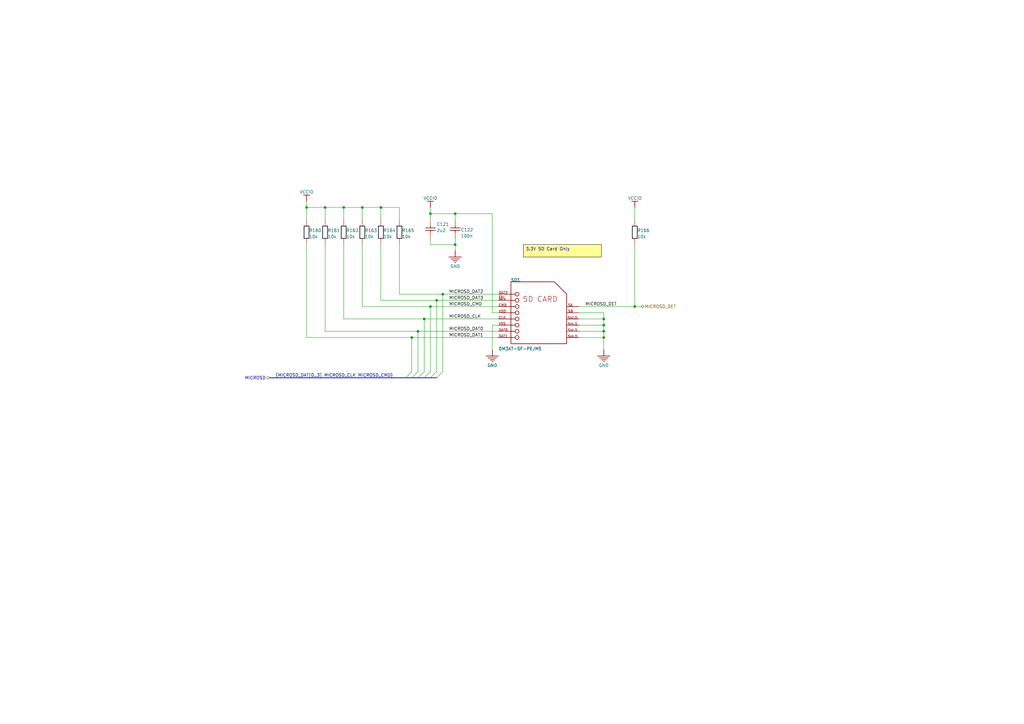
<source format=kicad_sch>
(kicad_sch (version 20231120) (generator "eeschema") (generator_version "8.0")
  (paper "A3")
  (title_block (title "NAE-SONATA-ONE") (date "2024-08-16") (rev "10") (company "NewAE Technology") (comment 2 "Apache-2"))
  (lib_symbols
    (symbol "SONATA-ONE-symbols:GND_POWER_GROUND" (power)
      (property "Reference" "#PWR" (at 0 0 0))
      (property "Value" "GND" (at 0 6.35 0))
      (symbol "GND_POWER_GROUND_0_0"
        (polyline (pts (xy -2.54 -2.54) (xy 2.54 -2.54)) (stroke (width 0.254)))
        (polyline (pts (xy -1.778 -3.302) (xy 1.778 -3.302)) (stroke (width 0.254)))
        (polyline (pts (xy -1.016 -4.064) (xy 1.016 -4.064)) (stroke (width 0.254)))
        (polyline (pts (xy -0.254 -4.826) (xy 0.254 -4.826)) (stroke (width 0.254)))
        (polyline (pts (xy 0 0) (xy 0 -2.54)) (stroke (width 0.254)))
        (pin power_in line (at 0 0 0) (length 0) hide (name "GND") (number ""))
      )
    )
    (symbol "SONATA-ONE-symbols:VCCIO_BAR" (power)
      (property "Reference" "#PWR" (at 0 0 0))
      (property "Value" "VCCIO" (at 0 3.81 0))
      (symbol "VCCIO_BAR_0_0"
        (polyline (pts (xy -1.27 -2.54) (xy 1.27 -2.54)) (stroke (width 0.254)))
        (polyline (pts (xy 0 0) (xy 0 -2.54)) (stroke (width 0.254)))
        (pin power_in line (at 0 0 0) (length 0) hide (name "VCCIO") (number ""))
      )
    )
    (symbol "SONATA-ONE-symbols:root_0_CAP"
      (symbol "root_0_CAP_1_0"
        (polyline (pts (xy -2.032 1.778) (xy 2.032 1.778)) (stroke (width 0.254)))
        (polyline (pts (xy 0 0) (xy 0 0.762)) (stroke (width 0.254)))
        (polyline (pts (xy 0 2.54) (xy 0 1.778)) (stroke (width 0.254)))
        (polyline (pts (xy 2.032 0.762) (xy -2.032 0.762)) (stroke (width 0.254)))
        (pin passive line (at 0 5.08 270) (length 2.54) (name "1") (number "1"))
        (pin passive line (at 0 -2.54 90) (length 2.54) (name "2") (number "2"))
      )
    )
    (symbol "SONATA-ONE-symbols:root_0_CN-SD-8-2SW-4S_A"
      (symbol "root_0_CN-SD-8-2SW-4S_A_1_0"
        (polyline (pts (xy 1.778 -22.86) (xy 0 -22.86)) (stroke (width 0.254)))
        (polyline (pts (xy 1.778 -20.32) (xy 0 -20.32)) (stroke (width 0.254)))
        (polyline (pts (xy 1.778 -17.78) (xy 0 -17.78)) (stroke (width 0.254)))
        (polyline (pts (xy 1.778 -15.24) (xy 0 -15.24)) (stroke (width 0.254)))
        (polyline (pts (xy 1.778 -12.7) (xy 0 -12.7)) (stroke (width 0.254)))
        (polyline (pts (xy 1.778 -10.16) (xy 0 -10.16)) (stroke (width 0.254)))
        (polyline (pts (xy 1.778 -7.62) (xy 0 -7.62)) (stroke (width 0.254)))
        (polyline (pts (xy 1.778 -5.08) (xy 0 -5.08)) (stroke (width 0.254)))
        (polyline (pts (xy 0 0) (xy 0 -25.4) (xy 22.86 -25.4) (xy 22.86 -5.08) (xy 17.78 0) (xy 0 0)) (stroke (width 0.254)))
        (circle (center 2.54 -22.86) (radius 0.762) (stroke (width 0.254)) (fill (type color) (color 255 255 255 1)))
        (circle (center 2.54 -20.32) (radius 0.762) (stroke (width 0.254)) (fill (type color) (color 255 255 255 1)))
        (circle (center 2.54 -17.78) (radius 0.762) (stroke (width 0.254)) (fill (type color) (color 255 255 255 1)))
        (circle (center 2.54 -15.24) (radius 0.762) (stroke (width 0.254)) (fill (type color) (color 255 255 255 1)))
        (circle (center 2.54 -12.7) (radius 0.762) (stroke (width 0.254)) (fill (type color) (color 255 255 255 1)))
        (circle (center 2.54 -10.16) (radius 0.762) (stroke (width 0.254)) (fill (type color) (color 255 255 255 1)))
        (circle (center 2.54 -7.62) (radius 0.762) (stroke (width 0.254)) (fill (type color) (color 255 255 255 1)))
        (circle (center 2.54 -5.08) (radius 0.762) (stroke (width 0.254)) (fill (type color) (color 255 255 255 1)))
        (text "CD/" (at -5.08 -6.604 0) (effects (font (size 0.762 0.762)) (justify left bottom)))
        (text "CLK" (at -5.08 -15.24 0) (effects (font (size 1.016 1.016)) (justify left bottom)))
        (text "CMD" (at -5.08 -10.16 0) (effects (font (size 1.016 1.016)) (justify left bottom)))
        (text "DAT0" (at -5.08 -20.32 0) (effects (font (size 1.016 1.016)) (justify left bottom)))
        (text "DAT1" (at -5.08 -22.86 0) (effects (font (size 1.016 1.016)) (justify left bottom)))
        (text "DAT2" (at -5.08 -5.08 0) (effects (font (size 1.016 1.016)) (justify left bottom)))
        (text "DAT3" (at -5.08 -7.62 0) (effects (font (size 0.762 0.762)) (justify left bottom)))
        (text "SA" (at 23.368 -10.16 0) (effects (font (size 1.016 1.016)) (justify left bottom)))
        (text "SB" (at 23.368 -12.7 0) (effects (font (size 1.016 1.016)) (justify left bottom)))
        (text "SD CARD" (at 4.826 -8.382 0) (effects (font (size 2.159 2.159)) (justify left bottom)))
        (text "SHLD" (at 23.241 -22.987 0) (effects (font (size 1.016 1.016)) (justify left bottom)))
        (text "SHLD" (at 23.241 -20.447 0) (effects (font (size 1.016 1.016)) (justify left bottom)))
        (text "SHLD" (at 23.241 -17.907 0) (effects (font (size 1.016 1.016)) (justify left bottom)))
        (text "SHLD" (at 23.241 -15.367 0) (effects (font (size 1.016 1.016)) (justify left bottom)))
        (text "VDD" (at -5.08 -12.7 0) (effects (font (size 1.016 1.016)) (justify left bottom)))
        (text "VSS" (at -5.08 -17.78 0) (effects (font (size 1.016 1.016)) (justify left bottom)))
        (pin passive line (at -5.08 -5.08 0) (length 5.08) (name "DAT2") (number "1"))
        (pin passive line (at 27.94 -12.7 180) (length 5.08) (name "SB") (number "10"))
        (pin passive line (at 27.94 -15.24 180) (length 5.08) (name "SHLD") (number "11"))
        (pin passive line (at 27.94 -20.32 180) (length 5.08) (name "SHLD") (number "12"))
        (pin passive line (at 27.94 -17.78 180) (length 5.08) (name "SHLD") (number "13"))
        (pin passive line (at 27.94 -22.86 180) (length 5.08) (name "SHLD") (number "14"))
        (pin passive line (at -5.08 -7.62 0) (length 5.08) (name "CD/DAT3") (number "2"))
        (pin passive line (at -5.08 -10.16 0) (length 5.08) (name "CMD") (number "3"))
        (pin passive line (at -5.08 -12.7 0) (length 5.08) (name "VDD") (number "4"))
        (pin passive line (at -5.08 -15.24 0) (length 5.08) (name "CLK") (number "5"))
        (pin passive line (at -5.08 -17.78 0) (length 5.08) (name "VSS") (number "6"))
        (pin passive line (at -5.08 -20.32 0) (length 5.08) (name "DAT0") (number "7"))
        (pin passive line (at -5.08 -22.86 0) (length 5.08) (name "DAT1") (number "8"))
        (pin passive line (at 27.94 -10.16 180) (length 5.08) (name "SA") (number "9"))
      )
    )
    (symbol "SONATA-ONE-symbols:root_2_RES-EU"
      (symbol "root_2_RES-EU_1_0"
        (rectangle (start 1.016 2.54) (end -1.016 -2.54) (stroke (width 0.254) (color 0 0 0 1)))
        (pin passive line (at 0 -5.08 90) (length 2.54) (name "1") (number "1"))
        (pin passive line (at 0 5.08 270) (length 2.54) (name "2") (number "2"))
      )
    )
  )
  (junction (at 179.07 123.19))
  (junction (at 168.91 138.43))
  (junction (at 186.69 100.33))
  (junction (at 247.65 135.89))
  (junction (at 247.65 130.81))
  (junction (at 181.61 120.65))
  (junction (at 173.99 130.81))
  (junction (at 125.73 85.09))
  (junction (at 247.65 138.43))
  (junction (at 140.97 85.09))
  (junction (at 186.69 87.63))
  (junction (at 247.65 133.35))
  (junction (at 133.35 85.09))
  (junction (at 156.21 85.09))
  (junction (at 260.35 125.73))
  (junction (at 171.45 135.89))
  (junction (at 148.59 85.09))
  (junction (at 176.53 125.73))
  (junction (at 176.53 87.63))
  (bus_entry (at 171.45 152.4) (size -2.54 2.54))
  (bus_entry (at 181.61 152.4) (size -2.54 2.54))
  (bus_entry (at 168.91 152.4) (size -2.54 2.54))
  (bus_entry (at 176.53 152.4) (size -2.54 2.54))
  (bus_entry (at 173.99 152.4) (size -2.54 2.54))
  (bus_entry (at 179.07 152.4) (size -2.54 2.54))
  (wire (pts (xy 204.47 130.81) (xy 173.99 130.81)))
  (wire (pts (xy 163.83 85.09) (xy 163.83 90.17)))
  (wire (pts (xy 148.59 85.09) (xy 156.21 85.09)))
  (wire (pts (xy 176.53 97.79) (xy 176.53 100.33)))
  (wire (pts (xy 237.49 133.35) (xy 247.65 133.35)))
  (wire (pts (xy 186.69 87.63) (xy 176.53 87.63)))
  (wire (pts (xy 247.65 135.89) (xy 247.65 138.43)))
  (wire (pts (xy 247.65 138.43) (xy 247.65 143.51)))
  (wire (pts (xy 173.99 130.81) (xy 173.99 152.4)))
  (wire (pts (xy 237.49 128.27) (xy 247.65 128.27)))
  (wire (pts (xy 133.35 85.09) (xy 140.97 85.09)))
  (wire (pts (xy 186.69 102.87) (xy 186.69 100.33)))
  (bus (pts (xy 176.53 154.94) (xy 179.07 154.94)))
  (bus (pts (xy 110.49 154.94) (xy 166.37 154.94)))
  (wire (pts (xy 204.47 133.35) (xy 201.93 133.35)))
  (wire (pts (xy 181.61 120.65) (xy 163.83 120.65)))
  (wire (pts (xy 140.97 130.81) (xy 140.97 100.33)))
  (bus (pts (xy 166.37 154.94) (xy 168.91 154.94)))
  (wire (pts (xy 247.65 133.35) (xy 247.65 135.89)))
  (wire (pts (xy 133.35 135.89) (xy 133.35 100.33)))
  (wire (pts (xy 247.65 130.81) (xy 247.65 133.35)))
  (bus (pts (xy 171.45 154.94) (xy 173.99 154.94)))
  (wire (pts (xy 176.53 87.63) (xy 176.53 85.09)))
  (wire (pts (xy 237.49 125.73) (xy 260.35 125.73)))
  (bus (pts (xy 173.99 154.94) (xy 176.53 154.94)))
  (wire (pts (xy 181.61 120.65) (xy 181.61 152.4)))
  (bus (pts (xy 168.91 154.94) (xy 171.45 154.94)))
  (wire (pts (xy 140.97 90.17) (xy 140.97 85.09)))
  (wire (pts (xy 173.99 130.81) (xy 140.97 130.81)))
  (wire (pts (xy 179.07 123.19) (xy 156.21 123.19)))
  (wire (pts (xy 176.53 125.73) (xy 176.53 152.4)))
  (wire (pts (xy 125.73 85.09) (xy 133.35 85.09)))
  (wire (pts (xy 204.47 120.65) (xy 181.61 120.65)))
  (wire (pts (xy 237.49 138.43) (xy 247.65 138.43)))
  (wire (pts (xy 125.73 138.43) (xy 125.73 100.33)))
  (wire (pts (xy 237.49 130.81) (xy 247.65 130.81)))
  (wire (pts (xy 171.45 135.89) (xy 133.35 135.89)))
  (wire (pts (xy 168.91 138.43) (xy 125.73 138.43)))
  (wire (pts (xy 171.45 135.89) (xy 171.45 152.4)))
  (wire (pts (xy 204.47 138.43) (xy 168.91 138.43)))
  (wire (pts (xy 186.69 87.63) (xy 201.93 87.63)))
  (wire (pts (xy 148.59 90.17) (xy 148.59 85.09)))
  (wire (pts (xy 201.93 133.35) (xy 201.93 143.51)))
  (wire (pts (xy 148.59 125.73) (xy 148.59 100.33)))
  (wire (pts (xy 260.35 125.73) (xy 260.35 100.33)))
  (wire (pts (xy 133.35 90.17) (xy 133.35 85.09)))
  (wire (pts (xy 237.49 135.89) (xy 247.65 135.89)))
  (wire (pts (xy 260.35 125.73) (xy 262.89 125.73)))
  (wire (pts (xy 125.73 85.09) (xy 125.73 90.17)))
  (wire (pts (xy 204.47 123.19) (xy 179.07 123.19)))
  (wire (pts (xy 201.93 128.27) (xy 204.47 128.27)))
  (wire (pts (xy 176.53 100.33) (xy 186.69 100.33)))
  (wire (pts (xy 176.53 125.73) (xy 148.59 125.73)))
  (wire (pts (xy 176.53 90.17) (xy 176.53 87.63)))
  (wire (pts (xy 179.07 123.19) (xy 179.07 152.4)))
  (wire (pts (xy 201.93 87.63) (xy 201.93 128.27)))
  (wire (pts (xy 204.47 125.73) (xy 176.53 125.73)))
  (wire (pts (xy 260.35 85.09) (xy 260.35 90.17)))
  (wire (pts (xy 156.21 85.09) (xy 163.83 85.09)))
  (wire (pts (xy 156.21 90.17) (xy 156.21 85.09)))
  (wire (pts (xy 186.69 100.33) (xy 186.69 97.79)))
  (wire (pts (xy 168.91 138.43) (xy 168.91 152.4)))
  (wire (pts (xy 125.73 82.55) (xy 125.73 85.09)))
  (wire (pts (xy 204.47 135.89) (xy 171.45 135.89)))
  (wire (pts (xy 186.69 90.17) (xy 186.69 87.63)))
  (wire (pts (xy 140.97 85.09) (xy 148.59 85.09)))
  (wire (pts (xy 247.65 128.27) (xy 247.65 130.81)))
  (wire (pts (xy 156.21 123.19) (xy 156.21 100.33)))
  (wire (pts (xy 163.83 120.65) (xy 163.83 100.33)))
  (text_box "3.3V SD Card Only" (at 214.63 100.33 0) (size 32.004 5.08) (stroke (width 0) (color 0 0 0 1)) (fill (type color) (color 255 255 150 1)) (effects (font (size 1.27 1.27)) (justify left top)))
  (label "MICROSD_CMD" (at 184.15 125.73 0))
  (label "MICROSD_DAT3" (at 184.15 123.19 0))
  (label "MICROSD_DAT2" (at 184.15 120.65 0))
  (label "MICROSD_CLK" (at 184.15 130.81 0))
  (label "MICROSD_DET" (at 240.03 125.73 0))
  (label "MICROSD_DAT0" (at 184.15 135.89 0))
  (label "{MICROSD_DAT[0..3] MICROSD_CLK MICROSD_CMD}" (at 113.03 154.94 0))
  (label "MICROSD_DAT1" (at 184.15 138.43 0))
  (hierarchical_label "MICROSD" (shape bidirectional) (at 110.49 154.94 180))
  (hierarchical_label "MICROSD_DET" (shape bidirectional) (at 262.89 125.73 0))
  (symbol (lib_id "SONATA-ONE-symbols:GND_POWER_GROUND") (at 201.93 143.51 0) (unit 1)
    (property "Reference" "#PWR0168" (effects (hide yes)))
    (property "Value" "GND" (at 201.93 149.86 0))
    (property "Description" "Power symbol creates a global label with name 'GND'" (effects (hide yes)))
  )
  (symbol (lib_id "SONATA-ONE-symbols:VCCIO_BAR") (at 125.73 82.55 180) (unit 1)
    (property "Reference" "#PWR0104" (effects (hide yes)))
    (property "Value" "VCCIO" (at 125.73 78.74 0))
    (property "Description" "Power symbol creates a global label with name 'VCCIO'" (effects (hide yes)))
  )
  (symbol (lib_id "SONATA-ONE-symbols:root_2_RES-EU") (at 163.83 95.25 0) (unit 1)
    (property "Reference" "R165" (at 164.846 95.25 0) (effects (justify left bottom)))
    (property "Value" "10k" (at 164.846 97.79 0) (effects (justify left bottom)))
    (property "Footprint" "SONATA-ONE-LIBRARY:RESC1005X40N" (effects (hide yes)))
    (property "Description" "Do Not Mount Resistor" (effects (hide yes)))
    (property "MANUFACTURE PART NUMBER 1" "RC0402FR-0710KL" (effects (hide yes)))
  )
  (symbol (lib_id "SONATA-ONE-symbols:root_0_CAP") (at 176.53 95.25 0) (unit 1)
    (property "Reference" "C121" (at 179.07 92.71 0) (effects (justify left bottom)))
    (property "Value" "2u2" (at 179.07 95.25 0) (effects (justify left bottom)))
    (property "Footprint" "SONATA-ONE-LIBRARY:CAPC0603_M" (effects (hide yes)))
    (property "Description" "100n, 0402" (effects (hide yes)))
    (property "MANUFACTURE PART NUMBER 1" "CL10B225KP8NNNC" (effects (hide yes)))
  )
  (symbol (lib_id "SONATA-ONE-symbols:root_2_RES-EU") (at 125.73 95.25 0) (unit 1)
    (property "Reference" "R160" (at 126.746 95.25 0) (effects (justify left bottom)))
    (property "Value" "10k" (at 126.746 97.79 0) (effects (justify left bottom)))
    (property "Footprint" "SONATA-ONE-LIBRARY:RESC1005X40N" (effects (hide yes)))
    (property "Description" "Do Not Mount Resistor" (effects (hide yes)))
    (property "MANUFACTURE PART NUMBER 1" "RC0402FR-0710KL" (effects (hide yes)))
  )
  (symbol (lib_id "SONATA-ONE-symbols:GND_POWER_GROUND") (at 186.69 102.87 0) (unit 1)
    (property "Reference" "#PWR0166" (effects (hide yes)))
    (property "Value" "GND" (at 186.69 109.22 0))
    (property "Description" "Power symbol creates a global label with name 'GND'" (effects (hide yes)))
  )
  (symbol (lib_id "SONATA-ONE-symbols:VCCIO_BAR") (at 260.35 85.09 180) (unit 1)
    (property "Reference" "#PWR0170" (effects (hide yes)))
    (property "Value" "VCCIO" (at 260.35 81.28 0))
    (property "Description" "Power symbol creates a global label with name 'VCCIO'" (effects (hide yes)))
  )
  (symbol (lib_id "SONATA-ONE-symbols:root_2_RES-EU") (at 148.59 95.25 0) (unit 1)
    (property "Reference" "R163" (at 149.606 95.25 0) (effects (justify left bottom)))
    (property "Value" "10k" (at 149.606 97.79 0) (effects (justify left bottom)))
    (property "Footprint" "SONATA-ONE-LIBRARY:RESC1005X40N" (effects (hide yes)))
    (property "Description" "Do Not Mount Resistor" (effects (hide yes)))
    (property "MANUFACTURE PART NUMBER 1" "RC0402FR-0710KL" (effects (hide yes)))
  )
  (symbol (lib_id "SONATA-ONE-symbols:GND_POWER_GROUND") (at 247.65 143.51 0) (unit 1)
    (property "Reference" "#PWR0169" (effects (hide yes)))
    (property "Value" "GND" (at 247.65 149.86 0))
    (property "Description" "Power symbol creates a global label with name 'GND'" (effects (hide yes)))
  )
  (symbol (lib_id "SONATA-ONE-symbols:VCCIO_BAR") (at 176.53 85.09 180) (unit 1)
    (property "Reference" "#PWR0105" (effects (hide yes)))
    (property "Value" "VCCIO" (at 176.53 81.28 0))
    (property "Description" "Power symbol creates a global label with name 'VCCIO'" (effects (hide yes)))
  )
  (symbol (lib_id "SONATA-ONE-symbols:root_2_RES-EU") (at 156.21 95.25 0) (unit 1)
    (property "Reference" "R164" (at 157.226 95.25 0) (effects (justify left bottom)))
    (property "Value" "10k" (at 157.226 97.79 0) (effects (justify left bottom)))
    (property "Footprint" "SONATA-ONE-LIBRARY:RESC1005X40N" (effects (hide yes)))
    (property "Description" "Do Not Mount Resistor" (effects (hide yes)))
    (property "MANUFACTURE PART NUMBER 1" "RC0402FR-0710KL" (effects (hide yes)))
  )
  (symbol (lib_id "SONATA-ONE-symbols:root_2_RES-EU") (at 133.35 95.25 0) (unit 1)
    (property "Reference" "R161" (at 134.366 95.25 0) (effects (justify left bottom)))
    (property "Value" "10k" (at 134.366 97.79 0) (effects (justify left bottom)))
    (property "Footprint" "SONATA-ONE-LIBRARY:RESC1005X40N" (effects (hide yes)))
    (property "Description" "Do Not Mount Resistor" (effects (hide yes)))
    (property "MANUFACTURE PART NUMBER 1" "RC0402FR-0710KL" (effects (hide yes)))
  )
  (symbol (lib_id "SONATA-ONE-symbols:root_0_CAP") (at 186.69 95.25 0) (unit 1)
    (property "Reference" "C122" (at 188.976 94.996 0) (effects (justify left bottom)))
    (property "Value" "100n" (at 188.976 97.536 0) (effects (justify left bottom)))
    (property "Footprint" "SONATA-ONE-LIBRARY:CAPC0402_M" (effects (hide yes)))
    (property "Description" "100n, 0402" (effects (hide yes)))
    (property "MANUFACTURE PART NUMBER 1" "CGA2B3X7R1V104K050BB" (effects (hide yes)))
  )
  (symbol (lib_id "SONATA-ONE-symbols:root_2_RES-EU") (at 140.97 95.25 0) (unit 1)
    (property "Reference" "R162" (at 141.986 95.25 0) (effects (justify left bottom)))
    (property "Value" "10k" (at 141.986 97.79 0) (effects (justify left bottom)))
    (property "Footprint" "SONATA-ONE-LIBRARY:RESC1005X40N" (effects (hide yes)))
    (property "Description" "Do Not Mount Resistor" (effects (hide yes)))
    (property "MANUFACTURE PART NUMBER 1" "RC0402FR-0710KL" (effects (hide yes)))
  )
  (symbol (lib_id "SONATA-ONE-symbols:root_0_CN-SD-8-2SW-4S_A") (at 209.55 115.57 0) (unit 1)
    (property "Reference" "SD1" (at 209.55 115.57 0) (effects (justify left bottom)))
    (property "Value" "DM3AT-SF-PEJM5" (at 204.47 143.764 0) (effects (justify left bottom)))
    (property "Footprint" "SONATA-ONE-LIBRARY:FP-DM3AT-SF-PEJM5-MFG" (effects (hide yes)))
    (property "Description" "Micro SD Card Connector, 0.5 A, 125 V, -25 to 85 degC, 8-Pin SMD, RoHS, Tape and Reel" (effects (hide yes)))
  )
  (symbol (lib_id "SONATA-ONE-symbols:root_2_RES-EU") (at 260.35 95.25 0) (unit 1)
    (property "Reference" "R166" (at 261.366 95.25 0) (effects (justify left bottom)))
    (property "Value" "10k" (at 261.366 97.79 0) (effects (justify left bottom)))
    (property "Footprint" "SONATA-ONE-LIBRARY:RESC1005X40N" (effects (hide yes)))
    (property "Description" "Do Not Mount Resistor" (effects (hide yes)))
    (property "MANUFACTURE PART NUMBER 1" "RC0402FR-0710KL" (effects (hide yes)))
  )
)
</source>
